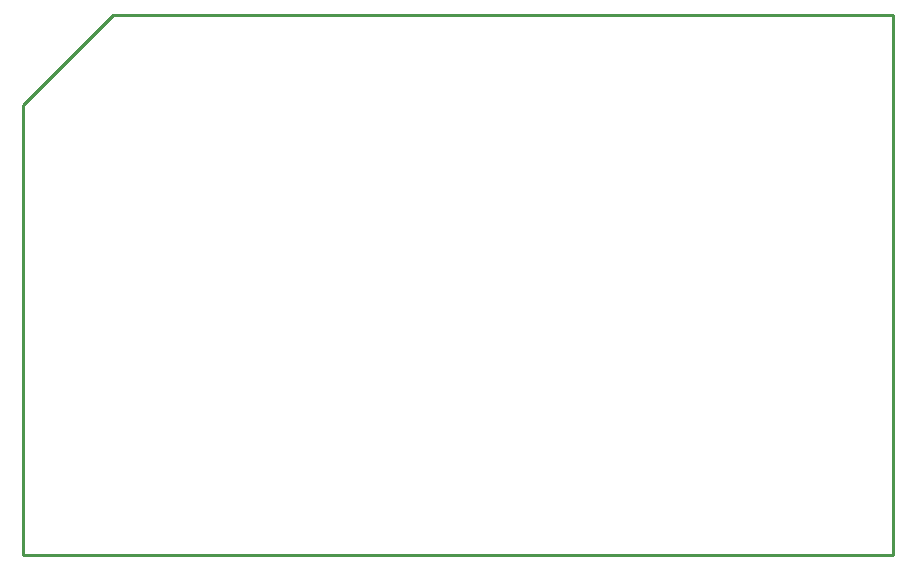
<source format=gko>
G04*
G04 #@! TF.GenerationSoftware,Altium Limited,Altium Designer,18.0.9 (584)*
G04*
G04 Layer_Color=16711935*
%FSLAX25Y25*%
%MOIN*%
G70*
G01*
G75*
%ADD13C,0.01000*%
D13*
X230000Y480000D02*
X490000D01*
Y300000D02*
Y480000D01*
X200000Y300000D02*
X490000D01*
X200000D02*
Y450000D01*
X230000Y480000D01*
X385000D02*
X490000D01*
X230000D02*
X490000D01*
M02*

</source>
